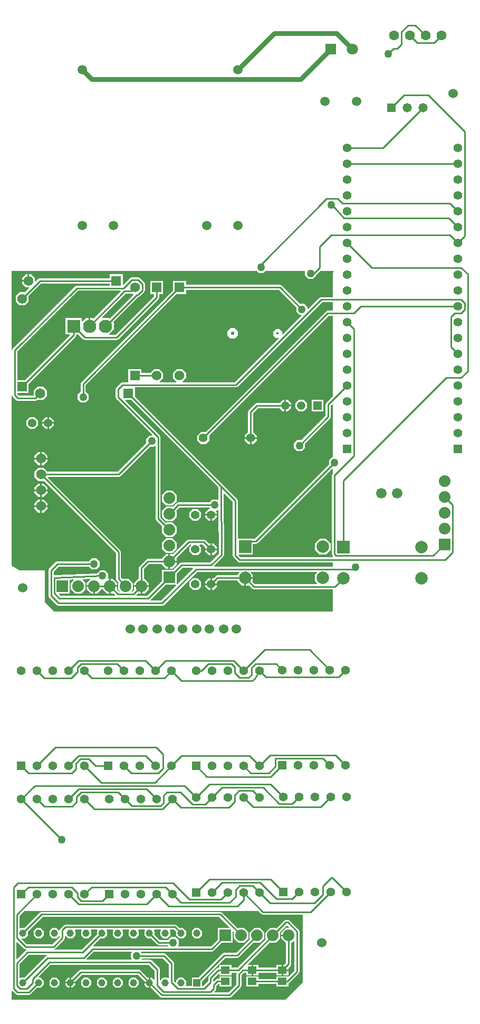
<source format=gbr>
%TF.GenerationSoftware,Altium Limited,Altium Designer,24.3.1 (35)*%
G04 Layer_Physical_Order=2*
G04 Layer_Color=16711680*
%FSLAX25Y25*%
%MOIN*%
%TF.SameCoordinates,1C50E6C9-DA4A-4B26-87AC-B265A0C711DB*%
%TF.FilePolarity,Positive*%
%TF.FileFunction,Copper,L2,Bot,Signal*%
%TF.Part,Single*%
G01*
G75*
%TA.AperFunction,SMDPad,CuDef*%
%ADD10R,0.05709X0.04528*%
%TA.AperFunction,Conductor*%
%ADD16C,0.01000*%
%TA.AperFunction,ComponentPad*%
%ADD17R,0.04567X0.04567*%
%ADD18C,0.04567*%
%ADD19R,0.05610X0.05610*%
%ADD20C,0.05610*%
%TA.AperFunction,WasherPad*%
%ADD21C,0.06000*%
%TA.AperFunction,ComponentPad*%
%ADD22C,0.07382*%
%ADD23R,0.07382X0.07382*%
%ADD24R,0.07382X0.07382*%
%ADD25R,0.05248X0.05248*%
%ADD26C,0.05248*%
%ADD27C,0.05543*%
%ADD28C,0.05800*%
%ADD29R,0.05800X0.05800*%
%ADD30C,0.06614*%
%ADD31C,0.06319*%
%ADD32R,0.05543X0.05543*%
%ADD33R,0.07874X0.07874*%
%ADD34C,0.07874*%
%ADD35C,0.05374*%
%ADD36C,0.02284*%
%ADD37C,0.01772*%
%ADD38C,0.06201*%
%ADD39R,0.06201X0.06201*%
%ADD40R,0.06496X0.06496*%
%ADD41C,0.06496*%
%ADD42C,0.08386*%
%ADD43R,0.08386X0.08386*%
%ADD44R,0.06201X0.06201*%
%ADD45C,0.05906*%
%ADD46C,0.07087*%
%ADD47R,0.07087X0.07087*%
%TA.AperFunction,ViaPad*%
%ADD48C,0.05000*%
%TA.AperFunction,Conductor*%
%ADD49C,0.03000*%
G36*
X143551Y47653D02*
X143360Y47191D01*
X136309D01*
Y40105D01*
X131827Y35624D01*
X111227D01*
X111035Y36086D01*
X111500Y36550D01*
Y39450D01*
X109450Y41500D01*
X106550D01*
X104674Y39624D01*
X99673D01*
X96284Y43013D01*
Y45360D01*
X95929Y45715D01*
X96120Y46176D01*
X99880D01*
X100071Y45715D01*
X99717Y45360D01*
Y42640D01*
X101640Y40716D01*
X104360D01*
X106283Y42640D01*
Y45360D01*
X105929Y45715D01*
X106120Y46176D01*
X108528D01*
X109716Y44987D01*
Y42640D01*
X111640Y40716D01*
X114360D01*
X116284Y42640D01*
Y45360D01*
X114360Y47284D01*
X112013D01*
X110348Y48948D01*
X109200Y49424D01*
X40000D01*
X38852Y48948D01*
X36852Y46948D01*
X36427Y45923D01*
X36044Y45778D01*
X35876Y45767D01*
X34360Y47284D01*
X31640D01*
X29717Y45360D01*
Y42640D01*
X31640Y40716D01*
X34360D01*
X35712Y42069D01*
X36228Y41877D01*
X36268Y41564D01*
X31727Y37024D01*
X15473D01*
X12241Y40255D01*
X12433Y40716D01*
X14360D01*
X16284Y42640D01*
Y44987D01*
X25456Y54160D01*
X137044D01*
X143551Y47653D01*
D02*
G37*
G36*
X90071Y45715D02*
X89717Y45360D01*
Y42640D01*
X91640Y40716D01*
X93987D01*
X97852Y36852D01*
X99000Y36376D01*
X104602D01*
X104820Y36104D01*
X104607Y35624D01*
X57627D01*
X57420Y36124D01*
X62013Y40716D01*
X64360D01*
X66284Y42640D01*
Y45360D01*
X65929Y45715D01*
X66120Y46176D01*
X69880D01*
X70071Y45715D01*
X69717Y45360D01*
Y42640D01*
X71640Y40716D01*
X74360D01*
X76284Y42640D01*
Y45360D01*
X75929Y45715D01*
X76120Y46176D01*
X79880D01*
X80071Y45715D01*
X79716Y45360D01*
Y42640D01*
X81640Y40716D01*
X84360D01*
X86283Y42640D01*
Y45360D01*
X85929Y45715D01*
X86120Y46176D01*
X89880D01*
X90071Y45715D01*
D02*
G37*
G36*
X60071D02*
X59716Y45360D01*
Y43013D01*
X50227Y33524D01*
X33096D01*
X32997Y34024D01*
X33548Y34252D01*
X39148Y39852D01*
X39624Y41000D01*
Y42026D01*
X40124Y42233D01*
X41640Y40716D01*
X44360D01*
X46284Y42640D01*
Y45360D01*
X45929Y45715D01*
X46120Y46176D01*
X49880D01*
X50071Y45715D01*
X49716Y45360D01*
Y42640D01*
X51640Y40716D01*
X54360D01*
X56283Y42640D01*
Y45360D01*
X55929Y45715D01*
X56120Y46176D01*
X59880D01*
X60071Y45715D01*
D02*
G37*
G36*
X13652Y34252D02*
X14800Y33776D01*
X15304D01*
X15403Y33276D01*
X14852Y33048D01*
X9285Y27482D01*
X8824Y27673D01*
Y38427D01*
X9285Y38618D01*
X13652Y34252D01*
D02*
G37*
G36*
X82065Y31914D02*
X81300Y31150D01*
Y28250D01*
X81765Y27786D01*
X81573Y27324D01*
X53373D01*
X53182Y27786D01*
X57772Y32376D01*
X81873D01*
X82065Y31914D01*
D02*
G37*
G36*
X148085Y18547D02*
X147876Y18043D01*
Y11573D01*
X142827Y6524D01*
X134173D01*
X133982Y6985D01*
X134848Y7852D01*
X135324Y9000D01*
Y10527D01*
X136646Y11850D01*
X137146Y11812D01*
Y10236D01*
X144854D01*
Y16764D01*
X137146D01*
Y15124D01*
X136000D01*
X134852Y14648D01*
X133785Y13582D01*
X133324Y13773D01*
Y15014D01*
X136684Y18374D01*
X137146Y18183D01*
Y17323D01*
X144854D01*
Y18963D01*
X147807D01*
X148085Y18547D01*
D02*
G37*
G36*
X105176Y24328D02*
Y15861D01*
X104715Y15669D01*
X104360Y16024D01*
X101640D01*
X100024Y14407D01*
X99524Y14614D01*
Y21000D01*
X99048Y22148D01*
X94348Y26848D01*
X93200Y27324D01*
X88193D01*
X87980Y27804D01*
X88198Y28076D01*
X101427D01*
X105176Y24328D01*
D02*
G37*
G36*
X28063Y29776D02*
X27512Y29548D01*
X13987Y16024D01*
X11640D01*
X11286Y15669D01*
X10824Y15861D01*
Y24428D01*
X16672Y30276D01*
X27964D01*
X28063Y29776D01*
D02*
G37*
G36*
X163552Y56152D02*
X164700Y55676D01*
X190000D01*
Y13000D01*
X179000Y2000D01*
X6000D01*
X5906Y7291D01*
X6402Y7502D01*
X8406Y5498D01*
X9554Y5022D01*
X16906D01*
X18054Y5498D01*
X22013Y9457D01*
X24360D01*
X26283Y11380D01*
Y14100D01*
X24360Y16024D01*
X23173D01*
X22982Y16486D01*
X30573Y24076D01*
X92528D01*
X96276Y20327D01*
Y14761D01*
X95815Y14569D01*
X94360Y16024D01*
X93500D01*
Y12740D01*
Y9457D01*
X93987D01*
X99692Y3752D01*
X100840Y3276D01*
X143500D01*
X144648Y3752D01*
X150648Y9752D01*
X151124Y10900D01*
Y17371D01*
X152673Y18920D01*
X154146D01*
Y17280D01*
X157500D01*
Y20543D01*
Y23807D01*
X155257D01*
X155065Y24269D01*
X168831Y38035D01*
X169057Y37809D01*
X172943D01*
X175691Y40557D01*
Y44443D01*
X175465Y44669D01*
X179850Y49054D01*
X181251Y47653D01*
X181060Y47191D01*
X179057D01*
X176309Y44443D01*
Y43000D01*
X181000D01*
Y42000D01*
X176309D01*
Y40557D01*
X179057Y37809D01*
X179376D01*
Y25216D01*
X177968Y23807D01*
X177500D01*
Y21043D01*
X180854D01*
Y22102D01*
X182148Y23395D01*
X182624Y24543D01*
Y37809D01*
X182943D01*
X184115Y38980D01*
X184576Y38789D01*
Y20272D01*
X181256Y16952D01*
X180854Y16720D01*
Y16720D01*
X180854Y16720D01*
X173146D01*
Y15080D01*
X161854D01*
Y16720D01*
X154146D01*
Y10193D01*
X161854D01*
Y11833D01*
X173146D01*
Y10193D01*
X180854D01*
Y12163D01*
X181205Y12308D01*
X187348Y18452D01*
X187824Y19600D01*
Y45000D01*
X187348Y46148D01*
X181548Y51948D01*
X180400Y52424D01*
X179300D01*
X178152Y51948D01*
X173169Y46965D01*
X172943Y47191D01*
X169057D01*
X166309Y44443D01*
Y40557D01*
X166535Y40331D01*
X148414Y22210D01*
X144854D01*
Y23850D01*
X137146D01*
Y22210D01*
X136600D01*
X135452Y21735D01*
X130552Y16835D01*
X130076Y15687D01*
Y13672D01*
X126927Y10524D01*
X126284D01*
Y13728D01*
X140932Y28376D01*
X148500D01*
X149648Y28852D01*
X158831Y38035D01*
X159057Y37809D01*
X162943D01*
X165691Y40557D01*
Y44443D01*
X162943Y47191D01*
X159057D01*
X156309Y44443D01*
Y40557D01*
X156535Y40331D01*
X147827Y31624D01*
X140260D01*
X139112Y31148D01*
X123987Y16024D01*
X119717D01*
Y10524D01*
X116080D01*
X115889Y10986D01*
X116284Y11380D01*
Y14100D01*
X114360Y16024D01*
X111640D01*
X109716Y14100D01*
Y13033D01*
X109255Y12842D01*
X108424Y13672D01*
Y25000D01*
X107948Y26148D01*
X103248Y30848D01*
X102100Y31324D01*
X88126D01*
X87535Y31914D01*
X87727Y32376D01*
X132500D01*
X133648Y32852D01*
X138605Y37809D01*
X145691D01*
Y44860D01*
X146153Y45051D01*
X146535Y44669D01*
X146309Y44443D01*
Y40557D01*
X149057Y37809D01*
X152943D01*
X155691Y40557D01*
Y44443D01*
X152943Y47191D01*
X149057D01*
X148831Y46965D01*
X138865Y56932D01*
X137716Y57407D01*
X24784D01*
X23636Y56932D01*
X13987Y47284D01*
X11640D01*
X11286Y46929D01*
X10824Y47120D01*
Y55028D01*
X13796Y58000D01*
X161704D01*
X163552Y56152D01*
D02*
G37*
G36*
X209538Y461538D02*
X209000Y461000D01*
Y445424D01*
X201400D01*
X200252Y444948D01*
X193262Y437958D01*
X192800Y438149D01*
Y439150D01*
X190750Y441200D01*
X188096D01*
X176548Y452748D01*
X175400Y453224D01*
X116100D01*
Y455612D01*
X107900D01*
Y449708D01*
X49928Y391736D01*
X49452Y390588D01*
Y385726D01*
X47576Y383850D01*
Y380950D01*
X49626Y378900D01*
X52526D01*
X54576Y380950D01*
Y383850D01*
X52699Y385726D01*
Y389915D01*
X110196Y447411D01*
X116100D01*
Y449976D01*
X174727D01*
X185800Y438904D01*
Y436250D01*
X187850Y434200D01*
X188851D01*
X189042Y433738D01*
X177219Y421915D01*
X176757Y422106D01*
Y423648D01*
X175133Y425272D01*
X172837D01*
X171214Y423648D01*
Y421352D01*
X172837Y419728D01*
X174379D01*
X174570Y419266D01*
X147028Y391724D01*
X114230D01*
X114022Y392224D01*
X116100Y394302D01*
Y397698D01*
X113698Y400100D01*
X110302D01*
X107900Y397698D01*
Y394302D01*
X109978Y392224D01*
X109771Y391724D01*
X99741D01*
X99534Y392224D01*
X101600Y394290D01*
Y397687D01*
X99198Y400089D01*
X95802D01*
X93400Y397687D01*
Y397612D01*
X87910D01*
Y400089D01*
X79710D01*
Y392224D01*
X79710Y391888D01*
X79278Y391724D01*
X76000D01*
X74852Y391248D01*
X72152Y388548D01*
X71676Y387400D01*
Y382200D01*
X72152Y381052D01*
X94742Y358462D01*
X94551Y358000D01*
X92950D01*
X90900Y355950D01*
Y353296D01*
X72728Y335124D01*
X28659D01*
Y335223D01*
X26223Y337660D01*
X22777D01*
X20340Y335223D01*
Y331777D01*
X22777Y329341D01*
X26223D01*
X26293Y329411D01*
X71776Y283927D01*
Y267600D01*
X72252Y266452D01*
X73535Y265169D01*
X73309Y264943D01*
Y261057D01*
X74373Y259993D01*
X74184Y259508D01*
X73827Y259469D01*
X72465Y260831D01*
X72691Y261057D01*
Y262500D01*
X68500D01*
Y258309D01*
X69943D01*
X70169Y258535D01*
X71318Y257385D01*
X71127Y256924D01*
X36672D01*
X35749Y257847D01*
X35940Y258309D01*
X42691D01*
Y267064D01*
X44857Y267149D01*
X45057Y266691D01*
X43309Y264943D01*
Y261057D01*
X46057Y258309D01*
X49943D01*
X52691Y261057D01*
Y264943D01*
X50713Y266921D01*
X50895Y267387D01*
X55266Y267559D01*
X55467Y267101D01*
X53309Y264943D01*
Y263500D01*
X58000D01*
Y263000D01*
X58500D01*
Y258309D01*
X59943D01*
X62691Y261057D01*
Y261376D01*
X63309D01*
Y261057D01*
X66057Y258309D01*
X67500D01*
Y263000D01*
Y267691D01*
X66962D01*
X66813Y268050D01*
Y270950D01*
X64763Y273000D01*
X61864D01*
X59852Y270989D01*
X32924Y269930D01*
X32424Y270287D01*
Y272327D01*
X35473Y275376D01*
X54674D01*
X56550Y273500D01*
X59450D01*
X61500Y275550D01*
Y278450D01*
X59450Y280500D01*
X56550D01*
X54674Y278624D01*
X34800D01*
X33652Y278148D01*
X29652Y274148D01*
X29176Y273000D01*
Y257000D01*
X29652Y255852D01*
X34452Y251052D01*
X35600Y250576D01*
X101000D01*
X102148Y251052D01*
X123172Y272076D01*
X149680D01*
X149872Y271615D01*
X148457Y270200D01*
Y269778D01*
X135889D01*
X134741Y269303D01*
X133391Y267953D01*
X132500D01*
Y264766D01*
X135687D01*
Y265657D01*
X136561Y266531D01*
X148457D01*
Y266110D01*
X151349Y263218D01*
X152894D01*
Y268155D01*
X153394D01*
Y268655D01*
X158331D01*
Y270200D01*
X156916Y271615D01*
X157107Y272076D01*
X198893D01*
X199084Y271615D01*
X197669Y270200D01*
Y266110D01*
X198994Y264786D01*
X198802Y264324D01*
X159521D01*
X158033Y265812D01*
X158331Y266110D01*
Y267655D01*
X153894D01*
Y263218D01*
X155439D01*
X155737Y263516D01*
X157700Y261552D01*
X158848Y261076D01*
X209000D01*
Y247000D01*
X33000D01*
X27000Y253000D01*
Y273000D01*
X11000D01*
X5773Y276000D01*
Y383369D01*
X6273Y383468D01*
X6652Y382552D01*
X8852Y380352D01*
X10000Y379876D01*
X20800D01*
X21948Y380352D01*
X22144Y380548D01*
X22240Y380452D01*
X25760D01*
X28248Y382940D01*
Y386459D01*
X25760Y388948D01*
X22240D01*
X19752Y386459D01*
Y383124D01*
X10672D01*
X9477Y384319D01*
X9553Y384819D01*
X16600D01*
Y390723D01*
X46260Y420383D01*
X46736Y421531D01*
Y421807D01*
X48009D01*
X50964Y418852D01*
X52112Y418376D01*
X72300D01*
X73448Y418852D01*
X98648Y444052D01*
X99124Y445200D01*
Y447400D01*
X101600D01*
Y455600D01*
X93400D01*
Y447400D01*
X95876D01*
Y445872D01*
X71627Y421624D01*
X67866D01*
X67659Y422124D01*
X70384Y424849D01*
Y429151D01*
X70011Y429524D01*
X85963Y445476D01*
X86000D01*
X87148Y445952D01*
X89648Y448452D01*
X90124Y449600D01*
Y453700D01*
X89648Y454848D01*
X87148Y457348D01*
X86000Y457824D01*
X81800D01*
X80652Y457348D01*
X76574Y453270D01*
X76112Y453462D01*
Y459816D01*
X67911D01*
Y457339D01*
X23785D01*
X22637Y456864D01*
X21062Y455289D01*
X20600Y455481D01*
Y457414D01*
X18198Y459816D01*
X17000D01*
Y455716D01*
X16500D01*
Y455216D01*
X12400D01*
Y454017D01*
X14802Y451615D01*
X16735D01*
X16926Y451153D01*
X14251Y448479D01*
X14198Y448531D01*
X10802D01*
X8400Y446129D01*
Y442733D01*
X10802Y440331D01*
X14198D01*
X16600Y442733D01*
Y446129D01*
X16547Y446182D01*
X24457Y454092D01*
X67911D01*
Y452724D01*
X47100D01*
X45952Y452248D01*
X6652Y412948D01*
X6273Y412032D01*
X5773Y412131D01*
Y462000D01*
X160750D01*
X162050Y460700D01*
X164950D01*
X166250Y462000D01*
X191267D01*
X191350Y461800D01*
Y458900D01*
X193400Y456850D01*
X196300D01*
X198350Y458900D01*
Y459254D01*
X201096Y462000D01*
X209347D01*
X209538Y461538D01*
D02*
G37*
G36*
X82112Y447400D02*
X82641D01*
X82833Y446938D01*
X67715Y431820D01*
X67342Y432193D01*
X63348D01*
X63141Y432693D01*
X77939Y447492D01*
X81425D01*
X81845Y447666D01*
X82112Y447400D01*
D02*
G37*
G36*
X74870Y449015D02*
X57675Y431820D01*
X57303Y432193D01*
X55652D01*
Y427000D01*
X54652D01*
Y432193D01*
X53001D01*
X50767Y429959D01*
X50305Y430151D01*
Y432193D01*
X39919D01*
Y421807D01*
X42439D01*
X42630Y421345D01*
X14304Y393020D01*
X9424D01*
Y411128D01*
X47772Y449476D01*
X74679D01*
X74870Y449015D01*
D02*
G37*
G36*
X136580Y325335D02*
X136626Y317377D01*
X136165Y317185D01*
X135650Y317700D01*
X132750D01*
X130874Y315824D01*
X111200D01*
X110052Y315348D01*
X107669Y312965D01*
X107443Y313191D01*
X103557D01*
X100809Y310443D01*
Y306557D01*
X103557Y303809D01*
X107443D01*
X110191Y306557D01*
Y310443D01*
X109965Y310669D01*
X111872Y312576D01*
X130874D01*
X131301Y312149D01*
X131110Y311687D01*
X130473D01*
X128313Y309527D01*
Y308500D01*
X135687D01*
Y309527D01*
X134976Y310238D01*
X135168Y310700D01*
X135650D01*
X136200Y311250D01*
X136663Y311061D01*
X136822Y283419D01*
X131327Y277924D01*
X113300D01*
X112152Y277448D01*
X107895Y273191D01*
X100809D01*
Y266105D01*
X91628Y256924D01*
X84873D01*
X84682Y257385D01*
X85831Y258535D01*
X86057Y258309D01*
X87500D01*
Y262500D01*
X83309D01*
Y261057D01*
X83535Y260831D01*
X82173Y259469D01*
X81816Y259508D01*
X81627Y259993D01*
X82691Y261057D01*
Y264943D01*
X79943Y267691D01*
X76057D01*
X75831Y267465D01*
X75024Y268272D01*
Y284600D01*
X74548Y285748D01*
X28920Y331376D01*
X29127Y331876D01*
X73400D01*
X74548Y332352D01*
X93196Y351000D01*
X95850D01*
X96315Y351465D01*
X96776Y351273D01*
Y305600D01*
X97252Y304452D01*
X101035Y300669D01*
X100809Y300443D01*
Y296557D01*
X103557Y293809D01*
X107443D01*
X110191Y296557D01*
Y300443D01*
X107443Y303191D01*
X103557D01*
X103331Y302965D01*
X100024Y306273D01*
Y357100D01*
X99548Y358248D01*
X77806Y379990D01*
X77998Y380452D01*
X81464D01*
X136580Y325335D01*
D02*
G37*
G36*
X209000Y436824D02*
X205661D01*
X204513Y436348D01*
X128437Y360272D01*
X125399D01*
X123190Y358062D01*
Y354938D01*
X125399Y352728D01*
X128524D01*
X130733Y354938D01*
Y357976D01*
X206334Y433576D01*
X209000D01*
Y382796D01*
X204852Y378648D01*
X204376Y377500D01*
Y370572D01*
X189004Y355200D01*
X186350D01*
X184300Y353150D01*
Y350250D01*
X186350Y348200D01*
X189250D01*
X191300Y350250D01*
Y352904D01*
X207148Y368752D01*
X207624Y369900D01*
Y376828D01*
X208538Y377742D01*
X209000Y377551D01*
Y344500D01*
X208550D01*
X206500Y342450D01*
Y339796D01*
X159604Y292900D01*
X156831D01*
X156532Y292777D01*
X148824D01*
Y317012D01*
X148348Y318160D01*
X139348Y327160D01*
X83760Y382748D01*
Y388476D01*
X147700D01*
X148848Y388952D01*
X202073Y442176D01*
X209000D01*
Y436824D01*
D02*
G37*
G36*
Y336997D02*
Y334196D01*
X208852Y334048D01*
X208376Y332900D01*
Y283200D01*
X208852Y282052D01*
X209000Y281904D01*
Y281124D01*
X150672D01*
X149355Y282441D01*
X149547Y282903D01*
X158331D01*
Y289653D01*
X160277D01*
X161425Y290129D01*
X208500Y337204D01*
X209000Y336997D01*
D02*
G37*
G36*
X145576Y316339D02*
Y282300D01*
X146052Y281152D01*
X148852Y278352D01*
X150000Y277876D01*
X209000D01*
Y275324D01*
X133973D01*
X133782Y275785D01*
X139598Y281602D01*
X139600Y281607D01*
X139605Y281609D01*
X139838Y282180D01*
X140074Y282750D01*
X140072Y282755D01*
X140074Y282759D01*
X139850Y321411D01*
X140312Y321604D01*
X145576Y316339D01*
D02*
G37*
G36*
X120718Y274215D02*
X110691Y264187D01*
X110191Y264394D01*
Y270895D01*
X113972Y274676D01*
X120527D01*
X120718Y274215D01*
D02*
G37*
G36*
X109813Y263309D02*
X100328Y253824D01*
X93827D01*
X93620Y254324D01*
X103105Y263809D01*
X109606D01*
X109813Y263309D01*
D02*
G37*
%LPC*%
G36*
X124360Y47284D02*
X121640D01*
X119717Y45360D01*
Y42640D01*
X121640Y40716D01*
X124360D01*
X126284Y42640D01*
Y45360D01*
X124360Y47284D01*
D02*
G37*
G36*
X24360D02*
X21640D01*
X19716Y45360D01*
Y42640D01*
X21640Y40716D01*
X24360D01*
X26283Y42640D01*
Y45360D01*
X24360Y47284D01*
D02*
G37*
G36*
X176500Y23807D02*
X173146D01*
Y22167D01*
X161854D01*
Y23807D01*
X158500D01*
Y20543D01*
Y17280D01*
X161854D01*
Y18920D01*
X173146D01*
Y17280D01*
X176500D01*
Y20543D01*
Y23807D01*
D02*
G37*
G36*
X180854Y20043D02*
X177500D01*
Y17280D01*
X180854D01*
Y20043D01*
D02*
G37*
G36*
X42500Y16024D02*
X41640D01*
X39717Y14100D01*
Y13240D01*
X42500D01*
Y16024D01*
D02*
G37*
G36*
X86532Y20832D02*
X49468D01*
X48320Y20357D01*
X43987Y16024D01*
X43500D01*
Y13240D01*
X46284D01*
Y13728D01*
X50141Y17585D01*
X85859D01*
X89717Y13728D01*
Y13240D01*
X92500D01*
Y16024D01*
X92013D01*
X87680Y20357D01*
X86532Y20832D01*
D02*
G37*
G36*
X92500Y12240D02*
X89717D01*
Y11380D01*
X91640Y9457D01*
X92500D01*
Y12240D01*
D02*
G37*
G36*
X84360Y16024D02*
X81640D01*
X79716Y14100D01*
Y11380D01*
X81640Y9457D01*
X84360D01*
X86283Y11380D01*
Y14100D01*
X84360Y16024D01*
D02*
G37*
G36*
X74360D02*
X71640D01*
X69717Y14100D01*
Y11380D01*
X71640Y9457D01*
X74360D01*
X76284Y11380D01*
Y14100D01*
X74360Y16024D01*
D02*
G37*
G36*
X64360D02*
X61640D01*
X59716Y14100D01*
Y11380D01*
X61640Y9457D01*
X64360D01*
X66284Y11380D01*
Y14100D01*
X64360Y16024D01*
D02*
G37*
G36*
X54360D02*
X51640D01*
X49716Y14100D01*
Y11380D01*
X51640Y9457D01*
X54360D01*
X56283Y11380D01*
Y14100D01*
X54360Y16024D01*
D02*
G37*
G36*
X46284Y12240D02*
X43500D01*
Y9457D01*
X44360D01*
X46284Y11380D01*
Y12240D01*
D02*
G37*
G36*
X42500D02*
X39717D01*
Y11380D01*
X41640Y9457D01*
X42500D01*
Y12240D01*
D02*
G37*
G36*
X34360Y16024D02*
X31640D01*
X29717Y14100D01*
Y11380D01*
X31640Y9457D01*
X34360D01*
X36283Y11380D01*
Y14100D01*
X34360Y16024D01*
D02*
G37*
G36*
X16000Y459816D02*
X14802D01*
X12400Y457414D01*
Y456216D01*
X16000D01*
Y459816D01*
D02*
G37*
G36*
X146802Y425783D02*
X144082D01*
X142158Y423860D01*
Y421140D01*
X144082Y419216D01*
X146802D01*
X148725Y421140D01*
Y423860D01*
X146802Y425783D01*
D02*
G37*
G36*
X30527Y369687D02*
X29500D01*
Y366500D01*
X32687D01*
Y367527D01*
X30527Y369687D01*
D02*
G37*
G36*
X28500D02*
X27473D01*
X25313Y367527D01*
Y366500D01*
X28500D01*
Y369687D01*
D02*
G37*
G36*
X32687Y365500D02*
X29500D01*
Y362313D01*
X30527D01*
X32687Y364473D01*
Y365500D01*
D02*
G37*
G36*
X28500D02*
X25313D01*
Y364473D01*
X27473Y362313D01*
X28500D01*
Y365500D01*
D02*
G37*
G36*
X20527Y369687D02*
X17473D01*
X15313Y367527D01*
Y364473D01*
X17473Y362313D01*
X20527D01*
X22687Y364473D01*
Y367527D01*
X20527Y369687D01*
D02*
G37*
G36*
X26223Y347659D02*
X25000D01*
Y344000D01*
X28659D01*
Y345223D01*
X26223Y347659D01*
D02*
G37*
G36*
X24000D02*
X22777D01*
X20340Y345223D01*
Y344000D01*
X24000D01*
Y347659D01*
D02*
G37*
G36*
X28659Y343000D02*
X25000D01*
Y339340D01*
X26223D01*
X28659Y341777D01*
Y343000D01*
D02*
G37*
G36*
X24000D02*
X20340D01*
Y341777D01*
X22777Y339340D01*
X24000D01*
Y343000D01*
D02*
G37*
G36*
X26223Y327660D02*
X25000D01*
Y324000D01*
X28659D01*
Y325223D01*
X26223Y327660D01*
D02*
G37*
G36*
X24000D02*
X22777D01*
X20340Y325223D01*
Y324000D01*
X24000D01*
Y327660D01*
D02*
G37*
G36*
X28659Y323000D02*
X25000D01*
Y319340D01*
X26223D01*
X28659Y321777D01*
Y323000D01*
D02*
G37*
G36*
X24000D02*
X20340D01*
Y321777D01*
X22777Y319340D01*
X24000D01*
Y323000D01*
D02*
G37*
G36*
X26223Y317659D02*
X25000D01*
Y314000D01*
X28659D01*
Y315223D01*
X26223Y317659D01*
D02*
G37*
G36*
X24000D02*
X22777D01*
X20340Y315223D01*
Y314000D01*
X24000D01*
Y317659D01*
D02*
G37*
G36*
X28659Y313000D02*
X25000D01*
Y309341D01*
X26223D01*
X28659Y311777D01*
Y313000D01*
D02*
G37*
G36*
X24000D02*
X20340D01*
Y311777D01*
X22777Y309341D01*
X24000D01*
Y313000D01*
D02*
G37*
G36*
X131500Y267953D02*
X130473D01*
X128313Y265793D01*
Y264766D01*
X131500D01*
Y267953D01*
D02*
G37*
G36*
X69943Y267691D02*
X68500D01*
Y263500D01*
X72691D01*
Y264943D01*
X69943Y267691D01*
D02*
G37*
G36*
X135687Y263766D02*
X132500D01*
Y260579D01*
X133527D01*
X135687Y262739D01*
Y263766D01*
D02*
G37*
G36*
X131500D02*
X128313D01*
Y262739D01*
X130473Y260579D01*
X131500D01*
Y263766D01*
D02*
G37*
G36*
X123527Y267953D02*
X120473D01*
X118313Y265793D01*
Y262739D01*
X120473Y260579D01*
X123527D01*
X125687Y262739D01*
Y265793D01*
X123527Y267953D01*
D02*
G37*
G36*
X57500Y262500D02*
X53309D01*
Y261057D01*
X56057Y258309D01*
X57500D01*
Y262500D01*
D02*
G37*
G36*
X107443Y323191D02*
X103557D01*
X100809Y320443D01*
Y316557D01*
X103557Y313809D01*
X107443D01*
X110191Y316557D01*
Y320443D01*
X107443Y323191D01*
D02*
G37*
G36*
X135687Y307500D02*
X132500D01*
Y304313D01*
X133527D01*
X135687Y306473D01*
Y307500D01*
D02*
G37*
G36*
X131500D02*
X128313D01*
Y306473D01*
X130473Y304313D01*
X131500D01*
Y307500D01*
D02*
G37*
G36*
X123527Y311687D02*
X120473D01*
X118313Y309527D01*
Y306473D01*
X120473Y304313D01*
X123527D01*
X125687Y306473D01*
Y309527D01*
X123527Y311687D01*
D02*
G37*
G36*
X133527Y289820D02*
X132500D01*
Y286633D01*
X135687D01*
Y287660D01*
X133527Y289820D01*
D02*
G37*
G36*
X127333Y292424D02*
X117800D01*
X116652Y291948D01*
X107669Y282965D01*
X107443Y283191D01*
X106000D01*
Y279000D01*
X110191D01*
Y280443D01*
X109965Y280669D01*
X118473Y289176D01*
X119176D01*
X119368Y288715D01*
X118313Y287660D01*
Y284606D01*
X120473Y282446D01*
X123527D01*
X125687Y284606D01*
Y287660D01*
X124633Y288715D01*
X124824Y289176D01*
X126660D01*
X128313Y287524D01*
Y286633D01*
X131500D01*
Y289820D01*
X130609D01*
X128481Y291948D01*
X127333Y292424D01*
D02*
G37*
G36*
X107443Y293191D02*
X103557D01*
X100809Y290443D01*
Y286557D01*
X103557Y283809D01*
X107443D01*
X110191Y286557D01*
Y290443D01*
X107443Y293191D01*
D02*
G37*
G36*
X135687Y285633D02*
X132500D01*
Y282446D01*
X133527D01*
X135687Y284606D01*
Y285633D01*
D02*
G37*
G36*
X131500D02*
X128313D01*
Y284606D01*
X130473Y282446D01*
X131500D01*
Y285633D01*
D02*
G37*
G36*
X110191Y278000D02*
X106000D01*
Y273809D01*
X107443D01*
X110191Y276557D01*
Y278000D01*
D02*
G37*
G36*
X105000Y283191D02*
X103557D01*
X100809Y280443D01*
Y280124D01*
X92000D01*
X90852Y279648D01*
X86852Y275648D01*
X86376Y274500D01*
Y267691D01*
X86057D01*
X83309Y264943D01*
Y263500D01*
X92691D01*
Y264943D01*
X89943Y267691D01*
X89624D01*
Y273828D01*
X92672Y276876D01*
X100809D01*
Y276557D01*
X103557Y273809D01*
X105000D01*
Y278500D01*
Y283191D01*
D02*
G37*
G36*
X92691Y262500D02*
X88500D01*
Y258309D01*
X89943D01*
X92691Y261057D01*
Y262500D01*
D02*
G37*
G36*
X180265Y380624D02*
X179264D01*
Y377500D01*
X182388D01*
Y378501D01*
X180265Y380624D01*
D02*
G37*
G36*
X202860D02*
X195612D01*
Y373376D01*
X202860D01*
Y380624D01*
D02*
G37*
G36*
X190501D02*
X187499D01*
X185376Y378501D01*
Y375499D01*
X187499Y373376D01*
X190501D01*
X192624Y375499D01*
Y378501D01*
X190501Y380624D01*
D02*
G37*
G36*
X182388Y376500D02*
X179264D01*
Y373376D01*
X180265D01*
X182388Y375499D01*
Y376500D01*
D02*
G37*
G36*
X178264Y380624D02*
X177263D01*
X175262Y378624D01*
X160961D01*
X159813Y378148D01*
X155813Y374148D01*
X155338Y373000D01*
Y360210D01*
X153190Y358062D01*
Y357000D01*
X160733D01*
Y358062D01*
X158585Y360210D01*
Y372327D01*
X161634Y375376D01*
X175262D01*
X177263Y373376D01*
X178264D01*
Y377000D01*
Y380624D01*
D02*
G37*
G36*
X160733Y356000D02*
X157461D01*
Y352728D01*
X158524D01*
X160733Y354938D01*
Y356000D01*
D02*
G37*
G36*
X156461D02*
X153190D01*
Y354938D01*
X155399Y352728D01*
X156461D01*
Y356000D01*
D02*
G37*
G36*
X204651Y292777D02*
X200561D01*
X197669Y289885D01*
Y285795D01*
X200561Y282903D01*
X204651D01*
X207543Y285795D01*
Y289885D01*
X204651Y292777D01*
D02*
G37*
%LPD*%
D10*
X158000Y20543D02*
D03*
Y13457D02*
D03*
X141000Y20587D02*
D03*
Y13500D02*
D03*
X177000Y20543D02*
D03*
Y13457D02*
D03*
D16*
X244000Y599000D02*
X247283Y602283D01*
X249683D02*
X252200Y604800D01*
X247283Y602283D02*
X249683D01*
X156831Y291277D02*
X160277D01*
X153394Y287840D02*
X156831Y291277D01*
X160277D02*
X210000Y341000D01*
X99000Y38000D02*
X108000D01*
X51500Y28400D02*
X57100Y34000D01*
X132500D02*
X141000Y42500D01*
X93000Y44000D02*
X99000Y38000D01*
X57100Y34000D02*
X132500D01*
X138200Y326012D02*
X147200Y317012D01*
X112000Y451600D02*
X175400D01*
X196000Y459200D02*
X200700Y463900D01*
X240500Y539500D02*
X266000Y565000D01*
X218000Y539500D02*
X240500D01*
X147200Y282300D02*
Y317012D01*
Y282300D02*
X150000Y279500D01*
X280000D01*
X284700Y284200D01*
Y314145D01*
X279500Y319345D02*
X284700Y314145D01*
X92300Y255300D02*
X105500Y268500D01*
X36000Y255300D02*
X92300D01*
X32800Y258500D02*
X36000Y255300D01*
X32800Y258500D02*
Y268300D01*
X63313Y269500D01*
X105500Y268500D02*
X113300Y276300D01*
X132000D01*
X138450Y282750D01*
X138200Y326012D02*
X138450Y282750D01*
X79512Y384700D02*
X138200Y326012D01*
X257500Y610500D02*
X262200Y605800D01*
X272800D01*
X277500Y610500D01*
X210159Y262700D02*
X215500Y268041D01*
X158848Y262700D02*
X210159D01*
X153394Y268155D02*
X158848Y262700D01*
X135889Y268155D02*
X153394D01*
X132000Y264266D02*
X135889Y268155D01*
X105500Y278500D02*
X117800Y290800D01*
X127333D01*
X132000Y286133D01*
X68000Y263000D02*
X73200Y257800D01*
X82800D01*
X88000Y263000D01*
X126961Y356500D02*
X205661Y435200D01*
X222300D01*
X226600Y439500D01*
X288000D01*
X181000Y24543D02*
Y42500D01*
X177000Y20543D02*
X181000Y24543D01*
X152000Y20543D02*
X158000D01*
X149500Y18043D02*
X152000Y20543D01*
X149500Y10900D02*
Y18043D01*
X143500Y4900D02*
X149500Y10900D01*
X100840Y4900D02*
X143500D01*
X93000Y12740D02*
X100840Y4900D01*
X65191Y427000D02*
X85291Y447100D01*
X86000D01*
X88500Y449600D01*
Y453700D01*
X86000Y456200D02*
X88500Y453700D01*
X81800Y456200D02*
X86000D01*
X76700Y451100D02*
X81800Y456200D01*
X47100Y451100D02*
X76700D01*
X7800Y411800D02*
X47100Y451100D01*
X7800Y383700D02*
Y411800D01*
Y383700D02*
X10000Y381500D01*
X20800D01*
X24000Y384700D01*
X12500Y444431D02*
X23785Y455716D01*
X72012D01*
X13000Y12740D02*
X28660Y28400D01*
X51500D01*
X91195Y134805D02*
X97500Y128500D01*
X48305Y134805D02*
X91195D01*
X42000Y128500D02*
X48305Y134805D01*
X97000Y209500D02*
X103305Y215805D01*
X146195D01*
X152500Y209500D01*
X22000D02*
X26500Y205000D01*
X43695D01*
X47695Y209000D01*
Y211500D01*
X50000Y213805D01*
X72695D01*
X77000Y209500D01*
X107500Y128500D02*
X112805Y123195D01*
X143095D01*
X146900Y127000D01*
Y131000D01*
X149705Y133805D01*
X158195D01*
X162500Y129500D01*
X212600Y205600D02*
X217000Y210000D01*
X166400Y205600D02*
X212600D01*
X162500Y209500D02*
X166400Y205600D01*
X107000Y209500D02*
X113305Y203195D01*
X158000D01*
X159500Y204695D01*
X162500Y209500D01*
X12000Y128500D02*
X37600Y102900D01*
X115100Y136900D02*
X122500Y129500D01*
X20400Y136900D02*
X115100D01*
X12000Y128500D02*
X20400Y136900D01*
X90695Y155805D02*
X97000Y149500D01*
X48305Y155805D02*
X90695D01*
X42000Y149500D02*
X48305Y155805D01*
X152500Y65000D02*
Y69500D01*
X148400Y60900D02*
X152500Y65000D01*
X105100Y60900D02*
X148400D01*
X97500Y68500D02*
X105100Y60900D01*
X103100Y72900D02*
X107500Y68500D01*
X56400Y72900D02*
X103100D01*
X52000Y68500D02*
X56400Y72900D01*
X194850Y460350D02*
X196000Y459200D01*
X200700Y463900D02*
Y477200D01*
X208000Y484500D01*
X283000D01*
X288000Y479500D01*
X218000D02*
X233400Y464100D01*
X290000D01*
X294272Y459828D01*
Y398772D02*
Y459828D01*
X290000Y394500D02*
X294272Y398772D01*
X280500Y394500D02*
X290000D01*
X215500Y329500D02*
X280500Y394500D01*
X215500Y287726D02*
Y329500D01*
X252200Y604800D02*
Y612800D01*
X256400Y617000D01*
X261000D01*
X267500Y610500D01*
X283700Y413800D02*
X288000Y409500D01*
X283700Y413800D02*
Y433000D01*
X285900Y435200D01*
X290000D01*
X292272Y437472D01*
Y441528D01*
X290000Y443800D02*
X292272Y441528D01*
X201400Y443800D02*
X290000D01*
X147700Y390100D02*
X201400Y443800D01*
X76000Y390100D02*
X147700D01*
X73300Y387400D02*
X76000Y390100D01*
X73300Y382200D02*
Y387400D01*
Y382200D02*
X98400Y357100D01*
Y305600D02*
Y357100D01*
Y305600D02*
X105500Y298500D01*
Y308500D02*
X111200Y314200D01*
X134200D01*
X283000Y504500D02*
X288000Y499500D01*
X214984Y504500D02*
X283000D01*
X211900Y507584D02*
X214984Y504500D01*
X204985Y507584D02*
X211900D01*
X163500Y466100D02*
X204985Y507584D01*
X163500Y464200D02*
Y466100D01*
X34800Y277000D02*
X58000D01*
X30800Y273000D02*
X34800Y277000D01*
X30800Y257000D02*
Y273000D01*
Y257000D02*
X35600Y252200D01*
X101000D01*
X122500Y273700D01*
X222000D01*
X223100Y274800D01*
X207900Y503500D02*
X208300D01*
X210800Y501000D01*
X216000Y495200D01*
X282300D01*
X288000Y489500D01*
X73400Y267600D02*
X78000Y263000D01*
X73400Y267600D02*
Y284600D01*
X24500Y333500D02*
X73400Y284600D01*
X24500Y333500D02*
X73400D01*
X94400Y354500D01*
X288000Y479500D02*
X292300Y483800D01*
Y549900D01*
X269200Y573000D02*
X292300Y549900D01*
X254000Y573000D02*
X269200D01*
X246000Y565000D02*
X254000Y573000D01*
X84800Y29700D02*
X102100D01*
X106800Y25000D01*
Y13000D02*
Y25000D01*
Y13000D02*
X110900Y8900D01*
X127600D01*
X131700Y13000D01*
Y15687D01*
X136600Y20587D01*
X141000D01*
X86532Y19209D02*
X93000Y12740D01*
X49468Y19209D02*
X86532D01*
X43000Y12740D02*
X49468Y19209D01*
X16906Y6646D02*
X23000Y12740D01*
X9554Y6646D02*
X16906D01*
X7200Y9000D02*
X9554Y6646D01*
X7200Y9000D02*
Y73000D01*
X9800Y75600D01*
X107790D01*
X118195Y65195D01*
X138195D01*
X142500Y69500D01*
X50900Y31900D02*
X63000Y44000D01*
X16000Y31900D02*
X50900D01*
X9200Y25100D02*
X16000Y31900D01*
X9200Y11000D02*
Y25100D01*
Y11000D02*
X11300Y8900D01*
X15400D01*
X19200Y12700D01*
Y15000D01*
X29900Y25700D01*
X93200D01*
X97900Y21000D01*
Y11000D02*
Y21000D01*
Y11000D02*
X102000Y6900D01*
X131600D01*
X133700Y9000D01*
Y11200D01*
X136000Y13500D01*
X141000D01*
X73195Y132805D02*
X77500Y128500D01*
X50000Y132805D02*
X73195D01*
X47000Y129805D02*
X50000Y132805D01*
X47000Y127000D02*
Y129805D01*
X44100Y124100D02*
X47000Y127000D01*
X26400Y124100D02*
X44100D01*
X22000Y128500D02*
X26400Y124100D01*
X55152Y427000D02*
X77267Y449115D01*
X81425D01*
X83810Y451500D01*
X12500Y388919D02*
X45112Y421531D01*
Y427000D01*
X51076Y382400D02*
Y390588D01*
X112000Y451512D01*
X45112Y427000D02*
X52112Y420000D01*
X72300D01*
X97500Y445200D01*
Y451500D01*
X171000Y42500D02*
X179300Y50800D01*
X180400D01*
X186200Y45000D01*
Y19600D02*
Y45000D01*
X180057Y13457D02*
X186200Y19600D01*
X177000Y13457D02*
X180057D01*
X141000Y20587D02*
X149087D01*
X171000Y42500D01*
X112000Y451512D02*
Y451600D01*
X175400D02*
X189300Y437700D01*
X187800Y351700D02*
X206000Y369900D01*
Y377500D01*
X218000Y389500D01*
X272355Y282200D02*
X279500Y289345D01*
X211000Y282200D02*
X272355D01*
X210000Y283200D02*
X211000Y282200D01*
X210000Y283200D02*
Y332900D01*
X222300Y345200D01*
Y425200D01*
X218000Y429500D02*
X222300Y425200D01*
X9200Y55700D02*
X22000Y68500D01*
X9200Y41000D02*
Y55700D01*
Y41000D02*
X14800Y35400D01*
X32400D01*
X38000Y41000D01*
Y45800D01*
X40000Y47800D01*
X109200D01*
X113000Y44000D01*
X13000D02*
X24784Y55784D01*
X137716D01*
X151000Y42500D01*
X12000Y68500D02*
X16400Y72900D01*
X44000D01*
X47695Y69205D01*
Y66500D02*
Y69205D01*
Y66500D02*
X50000Y64195D01*
X63195D01*
X67500Y68500D01*
X107500D02*
X112805Y63195D01*
X143695D01*
X147500Y67000D01*
Y71305D01*
X150000Y73805D01*
X158195D01*
X162500Y69500D01*
X52000Y149500D02*
X62500Y139000D01*
X96500D01*
X107000Y149500D01*
X77000D02*
X81400Y145100D01*
X98700D01*
X101400Y147800D01*
Y157000D01*
X97200Y161200D02*
X101400Y157000D01*
X33700Y161200D02*
X97200D01*
X22000Y149500D02*
X33700Y161200D01*
X152500Y69500D02*
X164700Y57300D01*
X194800D01*
X207500Y70000D01*
X208500Y79000D02*
X217500Y70000D01*
X208000Y79000D02*
X208500D01*
X202500Y73500D02*
X208000Y79000D01*
X202500Y68200D02*
Y73500D01*
X197200Y62900D02*
X202500Y68200D01*
X169100Y62900D02*
X197200D01*
X162500Y69500D02*
X169100Y62900D01*
X12000Y149500D02*
X16400Y145100D01*
X44000D01*
X46400Y147500D01*
Y150900D01*
X49305Y153805D01*
X54695D01*
X59000Y149500D01*
X67000D01*
X42000Y68500D02*
X48305Y62195D01*
X91195D01*
X97500Y68500D01*
X162500Y149500D02*
X169305Y156305D01*
X210695D01*
X217000Y150000D01*
X152500Y149500D02*
X156900Y145100D01*
X168600D01*
X172695Y149195D01*
Y154305D01*
X202695D01*
X207000Y150000D01*
X90695Y215805D02*
X97000Y209500D01*
X48305Y215805D02*
X90695D01*
X42000Y209500D02*
X48305Y215805D01*
X160961Y377000D02*
X178764D01*
X156961Y373000D02*
X160961Y377000D01*
X156961Y356500D02*
Y373000D01*
X92000Y278500D02*
X105500D01*
X88000Y274500D02*
X92000Y278500D01*
X88000Y263000D02*
Y274500D01*
X148500Y30000D02*
X161000Y42500D01*
X140260Y30000D02*
X148500D01*
X123000Y12740D02*
X140260Y30000D01*
X101195Y122195D02*
X107500Y128500D01*
X58305Y122195D02*
X101195D01*
X52000Y128500D02*
X58305Y122195D01*
X128195Y125195D02*
X132500Y129500D01*
X120205Y125195D02*
X128195D01*
X112500Y132900D02*
X120205Y125195D01*
X104000Y132900D02*
X112500D01*
X101805Y130705D02*
X104000Y132900D01*
X101805Y126000D02*
Y130705D01*
X100000Y124195D02*
X101805Y126000D01*
X81805Y124195D02*
X100000D01*
X77500Y128500D02*
X81805Y124195D01*
X132500Y129500D02*
X138805Y135805D01*
X164795D01*
X175000Y125600D01*
X183100D01*
X187500Y130000D01*
X107000Y149500D02*
X113305Y155805D01*
X156195D01*
X162500Y149500D01*
X169700Y142700D02*
X177000Y150000D01*
X129300Y142700D02*
X169700D01*
X122500Y149500D02*
X129300Y142700D01*
X152500Y209500D02*
X165900Y222900D01*
X194100D01*
X207000Y210000D01*
X173100Y213900D02*
X177000Y210000D01*
X160000Y213900D02*
X173100D01*
X157500Y211400D02*
X160000Y213900D01*
X157500Y207100D02*
Y211400D01*
X155595Y205195D02*
X157500Y207100D01*
X150000Y205195D02*
X155595D01*
X147000Y208195D02*
X150000Y205195D01*
X147000Y208195D02*
Y211805D01*
X145000Y213805D02*
X147000Y211805D01*
X130305Y213805D02*
X145000D01*
X126000Y209500D02*
X130305Y213805D01*
X122500Y209500D02*
X126000D01*
X132500Y69500D02*
X138805Y75805D01*
X162895D01*
X173100Y65600D01*
X183100D01*
X187500Y70000D01*
X122500Y69500D02*
X130805Y77805D01*
X169695D01*
X177500Y70000D01*
X122500Y129500D02*
X130805Y137805D01*
X169695D01*
X177500Y130000D01*
X201100Y123600D02*
X207500Y130000D01*
X158400Y123600D02*
X201100D01*
X152500Y129500D02*
X158400Y123600D01*
X52000Y209500D02*
X56400Y205100D01*
X102600D01*
X107000Y209500D01*
X218000Y529500D02*
X288000D01*
X58000Y263000D02*
X68000D01*
X158000Y13457D02*
X177000D01*
X158000Y20543D02*
X177000D01*
X83810Y395988D02*
X97500D01*
D17*
X123000Y12740D02*
D03*
D18*
X113000D02*
D03*
X103000D02*
D03*
X93000D02*
D03*
X83000D02*
D03*
X73000D02*
D03*
X63000D02*
D03*
X53000D02*
D03*
X43000D02*
D03*
X33000D02*
D03*
X23000D02*
D03*
X13000D02*
D03*
Y44000D02*
D03*
X23000D02*
D03*
X33000D02*
D03*
X43000D02*
D03*
X53000D02*
D03*
X63000D02*
D03*
X73000D02*
D03*
X83000D02*
D03*
X93000D02*
D03*
X103000D02*
D03*
X113000D02*
D03*
X123000D02*
D03*
D19*
X12000Y68500D02*
D03*
X67500D02*
D03*
X177500Y70000D02*
D03*
X122500Y69500D02*
D03*
X177000Y150000D02*
D03*
X12000Y149500D02*
D03*
X122500D02*
D03*
X67000D02*
D03*
D20*
X22000Y68500D02*
D03*
X32000D02*
D03*
X42000D02*
D03*
X52000D02*
D03*
Y128500D02*
D03*
X42000D02*
D03*
X32000D02*
D03*
X22000D02*
D03*
X12000D02*
D03*
X77500Y68500D02*
D03*
X87500D02*
D03*
X97500D02*
D03*
X107500D02*
D03*
Y128500D02*
D03*
X97500D02*
D03*
X87500D02*
D03*
X77500D02*
D03*
X67500D02*
D03*
X187500Y70000D02*
D03*
X197500D02*
D03*
X207500D02*
D03*
X217500D02*
D03*
Y130000D02*
D03*
X207500D02*
D03*
X197500D02*
D03*
X187500D02*
D03*
X177500D02*
D03*
X132500Y69500D02*
D03*
X142500D02*
D03*
X152500D02*
D03*
X162500D02*
D03*
Y129500D02*
D03*
X152500D02*
D03*
X142500D02*
D03*
X132500D02*
D03*
X122500D02*
D03*
X187000Y150000D02*
D03*
X197000D02*
D03*
X207000D02*
D03*
X217000D02*
D03*
Y210000D02*
D03*
X207000D02*
D03*
X197000D02*
D03*
X187000D02*
D03*
X177000D02*
D03*
X22000Y149500D02*
D03*
X32000D02*
D03*
X42000D02*
D03*
X52000D02*
D03*
Y209500D02*
D03*
X42000D02*
D03*
X32000D02*
D03*
X22000D02*
D03*
X12000D02*
D03*
X132500Y149500D02*
D03*
X142500D02*
D03*
X152500D02*
D03*
X162500D02*
D03*
Y209500D02*
D03*
X152500D02*
D03*
X142500D02*
D03*
X132500D02*
D03*
X122500D02*
D03*
X77000Y149500D02*
D03*
X87000D02*
D03*
X97000D02*
D03*
X107000D02*
D03*
Y209500D02*
D03*
X97000D02*
D03*
X87000D02*
D03*
X77000D02*
D03*
X67000D02*
D03*
D21*
X140000Y236000D02*
D03*
X123000D02*
D03*
X89000D02*
D03*
X106000D02*
D03*
X81000D02*
D03*
X114000D02*
D03*
X98000D02*
D03*
X131000D02*
D03*
X148000D02*
D03*
X202000Y38000D02*
D03*
X13000Y262000D02*
D03*
X285000Y574000D02*
D03*
D22*
X181000Y42500D02*
D03*
X171000D02*
D03*
X161000D02*
D03*
X151000D02*
D03*
X279500Y329345D02*
D03*
Y319345D02*
D03*
Y309345D02*
D03*
Y299345D02*
D03*
X105500Y278500D02*
D03*
Y288500D02*
D03*
Y298500D02*
D03*
Y308500D02*
D03*
Y318500D02*
D03*
X48000Y263000D02*
D03*
X58000D02*
D03*
X68000D02*
D03*
X78000D02*
D03*
X88000D02*
D03*
D23*
X141000Y42500D02*
D03*
X38000Y263000D02*
D03*
D24*
X279500Y289345D02*
D03*
X105500Y268500D02*
D03*
D25*
X199236Y377000D02*
D03*
D26*
X189000D02*
D03*
X178764D02*
D03*
D27*
X126961Y356500D02*
D03*
X156961D02*
D03*
X218000Y439500D02*
D03*
Y449500D02*
D03*
Y429500D02*
D03*
Y419500D02*
D03*
Y409500D02*
D03*
Y399500D02*
D03*
Y389500D02*
D03*
Y379500D02*
D03*
Y369500D02*
D03*
Y359500D02*
D03*
Y459500D02*
D03*
Y469500D02*
D03*
Y479500D02*
D03*
Y489500D02*
D03*
Y499500D02*
D03*
Y509500D02*
D03*
Y519500D02*
D03*
Y529500D02*
D03*
Y539500D02*
D03*
X288000Y439500D02*
D03*
Y449500D02*
D03*
Y429500D02*
D03*
Y419500D02*
D03*
Y409500D02*
D03*
Y399500D02*
D03*
Y389500D02*
D03*
Y379500D02*
D03*
Y369500D02*
D03*
Y359500D02*
D03*
Y459500D02*
D03*
Y469500D02*
D03*
Y479500D02*
D03*
Y489500D02*
D03*
Y499500D02*
D03*
Y509500D02*
D03*
Y519500D02*
D03*
Y529500D02*
D03*
Y539500D02*
D03*
D28*
X266000Y565000D02*
D03*
X256000D02*
D03*
D29*
X246000D02*
D03*
D30*
X249500Y321500D02*
D03*
X239500D02*
D03*
D31*
X277500Y610500D02*
D03*
X267500D02*
D03*
X257500D02*
D03*
X247500D02*
D03*
X24500Y343500D02*
D03*
Y333500D02*
D03*
Y323500D02*
D03*
Y313500D02*
D03*
D32*
X218000Y349500D02*
D03*
X288000D02*
D03*
D33*
X215500Y287726D02*
D03*
X153394Y287840D02*
D03*
D34*
X264713Y287726D02*
D03*
X215500Y268041D02*
D03*
X264713D02*
D03*
X202606Y287840D02*
D03*
X153394Y268155D02*
D03*
X202606D02*
D03*
D35*
X122000Y264266D02*
D03*
X132000D02*
D03*
X122000Y308000D02*
D03*
X132000D02*
D03*
X122000Y286133D02*
D03*
X132000D02*
D03*
X19000Y366000D02*
D03*
X29000D02*
D03*
D36*
X145442Y422500D02*
D03*
D37*
X173985D02*
D03*
D38*
X112000Y396000D02*
D03*
X83810Y451500D02*
D03*
X97500Y395988D02*
D03*
X12500Y444431D02*
D03*
X16500Y455716D02*
D03*
D39*
X112000Y451512D02*
D03*
X83810Y395988D02*
D03*
X97500Y451500D02*
D03*
X12500Y388919D02*
D03*
D40*
X79512Y384700D02*
D03*
D41*
X24000D02*
D03*
D42*
X65191Y427000D02*
D03*
X55152D02*
D03*
D43*
X45112D02*
D03*
D44*
X72012Y455716D02*
D03*
D45*
X224000Y569000D02*
D03*
X204000D02*
D03*
X50500Y589000D02*
D03*
X148925D02*
D03*
Y490575D02*
D03*
X129240D02*
D03*
X70185D02*
D03*
X50500D02*
D03*
D46*
X221280Y602000D02*
D03*
D47*
X207500D02*
D03*
D48*
X244000Y599000D02*
D03*
X210000Y341000D02*
D03*
X108000Y38000D02*
D03*
X63313Y269500D02*
D03*
X37600Y102900D02*
D03*
X194850Y460350D02*
D03*
X134200Y314200D02*
D03*
X163500Y464200D02*
D03*
X58000Y277000D02*
D03*
X223100Y274800D02*
D03*
X207900Y503500D02*
D03*
X94400Y354500D02*
D03*
X84800Y29700D02*
D03*
X51076Y382400D02*
D03*
X189300Y437700D02*
D03*
X187800Y351700D02*
D03*
D49*
X56500Y583000D02*
X188500D01*
X50500Y589000D02*
X56500Y583000D01*
X188500D02*
X207500Y602000D01*
X171925Y612000D02*
X211280D01*
X221280Y602000D01*
X148925Y589000D02*
X171925Y612000D01*
%TF.MD5,030c3117bad133c35490b2c15d67dad8*%
M02*

</source>
